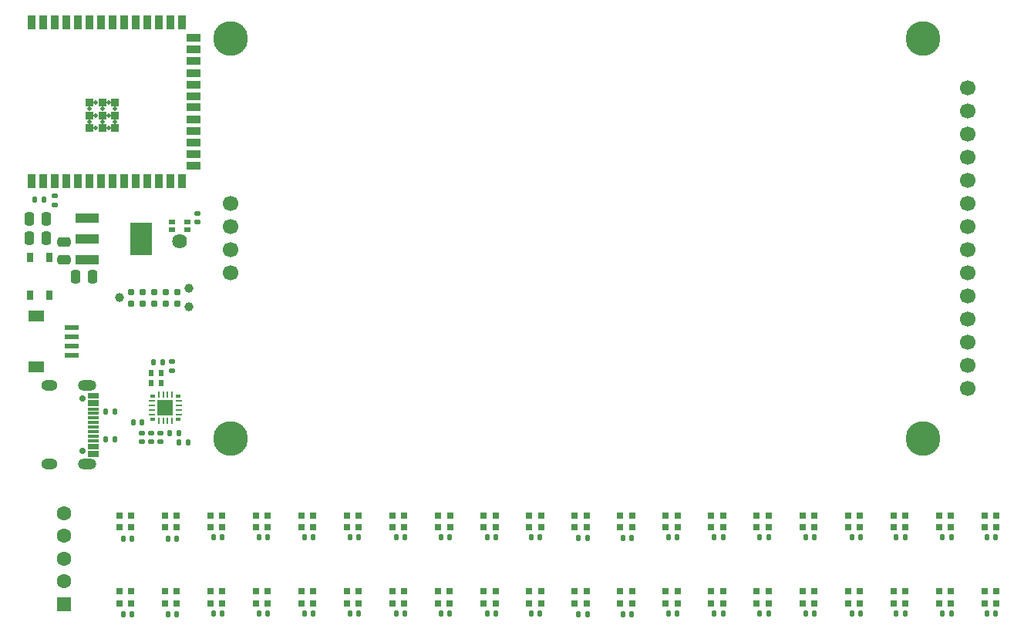
<source format=gbr>
%TF.GenerationSoftware,KiCad,Pcbnew,8.0.6*%
%TF.CreationDate,2024-11-10T17:01:15-08:00*%
%TF.ProjectId,veramonitor,76657261-6d6f-46e6-9974-6f722e6b6963,rev?*%
%TF.SameCoordinates,Original*%
%TF.FileFunction,Soldermask,Top*%
%TF.FilePolarity,Negative*%
%FSLAX46Y46*%
G04 Gerber Fmt 4.6, Leading zero omitted, Abs format (unit mm)*
G04 Created by KiCad (PCBNEW 8.0.6) date 2024-11-10 17:01:15*
%MOMM*%
%LPD*%
G01*
G04 APERTURE LIST*
G04 Aperture macros list*
%AMRoundRect*
0 Rectangle with rounded corners*
0 $1 Rounding radius*
0 $2 $3 $4 $5 $6 $7 $8 $9 X,Y pos of 4 corners*
0 Add a 4 corners polygon primitive as box body*
4,1,4,$2,$3,$4,$5,$6,$7,$8,$9,$2,$3,0*
0 Add four circle primitives for the rounded corners*
1,1,$1+$1,$2,$3*
1,1,$1+$1,$4,$5*
1,1,$1+$1,$6,$7*
1,1,$1+$1,$8,$9*
0 Add four rect primitives between the rounded corners*
20,1,$1+$1,$2,$3,$4,$5,0*
20,1,$1+$1,$4,$5,$6,$7,0*
20,1,$1+$1,$6,$7,$8,$9,0*
20,1,$1+$1,$8,$9,$2,$3,0*%
G04 Aperture macros list end*
%ADD10R,0.800000X0.800000*%
%ADD11RoundRect,0.140000X0.140000X0.170000X-0.140000X0.170000X-0.140000X-0.170000X0.140000X-0.170000X0*%
%ADD12R,1.600000X1.600000*%
%ADD13C,1.600000*%
%ADD14RoundRect,0.250000X0.250000X0.475000X-0.250000X0.475000X-0.250000X-0.475000X0.250000X-0.475000X0*%
%ADD15C,3.800000*%
%ADD16C,1.700000*%
%ADD17RoundRect,0.135000X-0.185000X0.135000X-0.185000X-0.135000X0.185000X-0.135000X0.185000X0.135000X0*%
%ADD18RoundRect,0.135000X0.185000X-0.135000X0.185000X0.135000X-0.185000X0.135000X-0.185000X-0.135000X0*%
%ADD19RoundRect,0.140000X-0.170000X0.140000X-0.170000X-0.140000X0.170000X-0.140000X0.170000X0.140000X0*%
%ADD20C,0.500000*%
%ADD21R,0.730000X0.530000*%
%ADD22C,1.625000*%
%ADD23R,0.900000X1.500000*%
%ADD24R,1.500000X0.900000*%
%ADD25R,0.900000X0.900000*%
%ADD26C,0.700000*%
%ADD27O,2.000000X1.200000*%
%ADD28O,1.800000X1.200000*%
%ADD29R,1.300000X0.300000*%
%ADD30RoundRect,0.140000X0.170000X-0.140000X0.170000X0.140000X-0.170000X0.140000X-0.170000X-0.140000X0*%
%ADD31RoundRect,0.250000X-0.475000X0.250000X-0.475000X-0.250000X0.475000X-0.250000X0.475000X0.250000X0*%
%ADD32R,0.500000X0.340000*%
%ADD33R,0.700000X0.250000*%
%ADD34R,0.250000X0.700000*%
%ADD35R,1.700000X1.700000*%
%ADD36RoundRect,0.135000X-0.135000X-0.185000X0.135000X-0.185000X0.135000X0.185000X-0.135000X0.185000X0*%
%ADD37R,1.550000X0.600000*%
%ADD38R,1.800000X1.200000*%
%ADD39R,0.540000X0.640000*%
%ADD40R,2.500000X1.100000*%
%ADD41R,2.340000X3.600000*%
%ADD42RoundRect,0.135000X0.135000X0.185000X-0.135000X0.185000X-0.135000X-0.185000X0.135000X-0.185000X0*%
%ADD43R,0.700000X1.050000*%
%ADD44C,0.990600*%
%ADD45C,0.787400*%
G04 APERTURE END LIST*
D10*
%TO.C,U38*%
X82520000Y-133915000D03*
X82520000Y-132615000D03*
X81220000Y-132615000D03*
X81220000Y-133915000D03*
%TD*%
D11*
%TO.C,C49*%
X142580000Y-135015000D03*
X141620000Y-135015000D03*
%TD*%
%TO.C,C20*%
X97425000Y-126695000D03*
X96465000Y-126695000D03*
%TD*%
%TO.C,C43*%
X112500000Y-135015000D03*
X111540000Y-135015000D03*
%TD*%
D12*
%TO.C,U11*%
X45130000Y-134030000D03*
D13*
X45130000Y-131530000D03*
X45130000Y-129030000D03*
X45130000Y-126530000D03*
X45130000Y-124030000D03*
%TD*%
D14*
%TO.C,C6*%
X43200000Y-93825000D03*
X41300000Y-93825000D03*
%TD*%
D15*
%TO.C,U7*%
X63435000Y-71850000D03*
X63435000Y-115850000D03*
X139505000Y-71850000D03*
X139505000Y-115850000D03*
D16*
X144415000Y-110360000D03*
X144415000Y-107820000D03*
X144415000Y-105280000D03*
X144415000Y-102740000D03*
X144415000Y-100200000D03*
X144415000Y-97660000D03*
X144415000Y-95120000D03*
X144415000Y-92580000D03*
X144415000Y-90040000D03*
X144415000Y-87500000D03*
X144415000Y-84960000D03*
X144415000Y-82420000D03*
X144415000Y-79880000D03*
X144415000Y-77340000D03*
X63435000Y-97660000D03*
X63435000Y-95120000D03*
X63435000Y-92580000D03*
X63435000Y-90040000D03*
%TD*%
D17*
%TO.C,R7*%
X57000000Y-107380000D03*
X57000000Y-108400000D03*
%TD*%
D11*
%TO.C,C41*%
X102600000Y-135115000D03*
X101640000Y-135115000D03*
%TD*%
D10*
%TO.C,U43*%
X107520000Y-133915000D03*
X107520000Y-132615000D03*
X106220000Y-132615000D03*
X106220000Y-133915000D03*
%TD*%
%TO.C,U35*%
X67520000Y-133915000D03*
X67520000Y-132615000D03*
X66220000Y-132615000D03*
X66220000Y-133915000D03*
%TD*%
D11*
%TO.C,C33*%
X62500000Y-135015000D03*
X61540000Y-135015000D03*
%TD*%
D10*
%TO.C,U13*%
X57525000Y-125595000D03*
X57525000Y-124295000D03*
X56225000Y-124295000D03*
X56225000Y-125595000D03*
%TD*%
D11*
%TO.C,C31*%
X52600000Y-135115000D03*
X51640000Y-135115000D03*
%TD*%
D10*
%TO.C,U51*%
X147520000Y-133915000D03*
X147520000Y-132615000D03*
X146220000Y-132615000D03*
X146220000Y-133915000D03*
%TD*%
%TO.C,U19*%
X87525000Y-125595000D03*
X87525000Y-124295000D03*
X86225000Y-124295000D03*
X86225000Y-125595000D03*
%TD*%
D18*
%TO.C,R3*%
X44170000Y-90135000D03*
X44170000Y-89115000D03*
%TD*%
D10*
%TO.C,U37*%
X77520000Y-133915000D03*
X77520000Y-132615000D03*
X76220000Y-132615000D03*
X76220000Y-133915000D03*
%TD*%
D11*
%TO.C,C18*%
X87505000Y-126695000D03*
X86545000Y-126695000D03*
%TD*%
D14*
%TO.C,C2*%
X48320000Y-98015000D03*
X46420000Y-98015000D03*
%TD*%
D11*
%TO.C,C34*%
X67500000Y-135015000D03*
X66540000Y-135015000D03*
%TD*%
%TO.C,C39*%
X92580000Y-135015000D03*
X91620000Y-135015000D03*
%TD*%
%TO.C,C45*%
X122520000Y-135015000D03*
X121560000Y-135015000D03*
%TD*%
%TO.C,C11*%
X52605000Y-126795000D03*
X51645000Y-126795000D03*
%TD*%
D10*
%TO.C,U45*%
X117520000Y-133915000D03*
X117520000Y-132615000D03*
X116220000Y-132615000D03*
X116220000Y-133915000D03*
%TD*%
D11*
%TO.C,C35*%
X72520000Y-135015000D03*
X71560000Y-135015000D03*
%TD*%
D19*
%TO.C,C10*%
X53725000Y-115210000D03*
X53725000Y-116170000D03*
%TD*%
D20*
%TO.C,U3*%
X57870000Y-94125000D03*
D21*
X57030000Y-92055000D03*
X57030000Y-92875000D03*
D22*
X57870000Y-94125000D03*
D21*
X58710000Y-92875000D03*
X58710000Y-92055000D03*
%TD*%
D11*
%TO.C,C25*%
X122520000Y-126690000D03*
X121560000Y-126690000D03*
%TD*%
D20*
%TO.C,U5*%
X48650000Y-81725000D03*
X50050000Y-81725000D03*
X47950000Y-81025000D03*
X49350000Y-81025000D03*
X50750000Y-81025000D03*
X48650000Y-80325000D03*
X50050000Y-80325000D03*
X47950000Y-79625000D03*
X49350000Y-79625000D03*
X50750000Y-79625000D03*
X48650000Y-78925000D03*
X50050000Y-78925000D03*
D23*
X41630000Y-87575000D03*
X42900000Y-87575000D03*
X44170000Y-87575000D03*
X45440000Y-87575000D03*
X46710000Y-87575000D03*
X47980000Y-87575000D03*
X49250000Y-87575000D03*
X50520000Y-87575000D03*
X51790000Y-87575000D03*
X53060000Y-87575000D03*
X54330000Y-87575000D03*
X55600000Y-87575000D03*
X56870000Y-87575000D03*
X58140000Y-87575000D03*
D24*
X59410000Y-85815000D03*
X59410000Y-84545000D03*
X59410000Y-83275000D03*
X59410000Y-82005000D03*
X59410000Y-80735000D03*
X59410000Y-79455000D03*
X59410000Y-78195000D03*
X59410000Y-76925000D03*
X59410000Y-75655000D03*
X59410000Y-74375000D03*
X59410000Y-73105000D03*
X59380000Y-71835000D03*
D23*
X58140000Y-70075000D03*
X56870000Y-70075000D03*
X55600000Y-70075000D03*
X54330000Y-70075000D03*
X53060000Y-70075000D03*
X51790000Y-70075000D03*
X50520000Y-70075000D03*
X49250000Y-70075000D03*
X47980000Y-70075000D03*
X46710000Y-70075000D03*
X45440000Y-70075000D03*
X44170000Y-70075000D03*
X42900000Y-70075000D03*
X41630000Y-70075000D03*
D25*
X47950000Y-81725000D03*
X49350000Y-81725000D03*
X50750000Y-81725000D03*
X47950000Y-80325000D03*
X49350000Y-80325000D03*
X50750000Y-80325000D03*
X47950000Y-78925000D03*
X49350000Y-78925000D03*
X50750000Y-78925000D03*
%TD*%
D26*
%TO.C,U2*%
X47185000Y-111435000D03*
X47185000Y-117215000D03*
D27*
X47725000Y-110005000D03*
X47725000Y-118645000D03*
D28*
X43535000Y-110005000D03*
X43535000Y-118645000D03*
D29*
X48375000Y-110975000D03*
X48375000Y-111775000D03*
X48375000Y-113075000D03*
X48375000Y-114075000D03*
X48375000Y-114575000D03*
X48375000Y-115575000D03*
X48365000Y-116875000D03*
X48375000Y-117675000D03*
X48375000Y-117375000D03*
X48365000Y-116575000D03*
X48375000Y-116075000D03*
X48375000Y-115075000D03*
X48375000Y-113575000D03*
X48375000Y-112575000D03*
X48375000Y-112075000D03*
X48375000Y-111275000D03*
%TD*%
D11*
%TO.C,C30*%
X147420000Y-126690000D03*
X146460000Y-126690000D03*
%TD*%
D10*
%TO.C,U44*%
X112520000Y-133915000D03*
X112520000Y-132615000D03*
X111220000Y-132615000D03*
X111220000Y-133915000D03*
%TD*%
D30*
%TO.C,C1*%
X59790000Y-92070000D03*
X59790000Y-91110000D03*
%TD*%
D10*
%TO.C,U21*%
X97525000Y-125595000D03*
X97525000Y-124295000D03*
X96225000Y-124295000D03*
X96225000Y-125595000D03*
%TD*%
D31*
%TO.C,C3*%
X45170000Y-94265000D03*
X45170000Y-96165000D03*
%TD*%
D10*
%TO.C,U27*%
X127520000Y-125590000D03*
X127520000Y-124290000D03*
X126220000Y-124290000D03*
X126220000Y-125590000D03*
%TD*%
D11*
%TO.C,C50*%
X147420000Y-135015000D03*
X146460000Y-135015000D03*
%TD*%
%TO.C,C32*%
X57500000Y-135115000D03*
X56540000Y-135115000D03*
%TD*%
D10*
%TO.C,U15*%
X67525000Y-125595000D03*
X67525000Y-124295000D03*
X66225000Y-124295000D03*
X66225000Y-125595000D03*
%TD*%
D32*
%TO.C,U10*%
X54900000Y-111175000D03*
D33*
X54830000Y-111675000D03*
X54830000Y-112175000D03*
X54830000Y-112675000D03*
X54830000Y-113175000D03*
D32*
X54900000Y-113675000D03*
D34*
X55530000Y-113875000D03*
X56030000Y-113875000D03*
X56530000Y-113875000D03*
X57030000Y-113875000D03*
D32*
X57660000Y-113675000D03*
D33*
X57730000Y-113175000D03*
X57730000Y-112675000D03*
X57730000Y-112175000D03*
X57730000Y-111675000D03*
D32*
X57660000Y-111175000D03*
D34*
X57030000Y-110975000D03*
X56530000Y-110975000D03*
X56030000Y-110975000D03*
X55530000Y-110975000D03*
D35*
X56280000Y-112425000D03*
%TD*%
D11*
%TO.C,C12*%
X57505000Y-126795000D03*
X56545000Y-126795000D03*
%TD*%
D19*
%TO.C,C7*%
X54725000Y-115230000D03*
X54725000Y-116190000D03*
%TD*%
D10*
%TO.C,U28*%
X132520000Y-125590000D03*
X132520000Y-124290000D03*
X131220000Y-124290000D03*
X131220000Y-125590000D03*
%TD*%
%TO.C,U41*%
X97520000Y-133915000D03*
X97520000Y-132615000D03*
X96220000Y-132615000D03*
X96220000Y-133915000D03*
%TD*%
D11*
%TO.C,C9*%
X53725000Y-114075000D03*
X52765000Y-114075000D03*
%TD*%
D14*
%TO.C,C5*%
X43200000Y-91725000D03*
X41300000Y-91725000D03*
%TD*%
D10*
%TO.C,U30*%
X142520000Y-125590000D03*
X142520000Y-124290000D03*
X141220000Y-124290000D03*
X141220000Y-125590000D03*
%TD*%
D11*
%TO.C,C38*%
X87500000Y-135015000D03*
X86540000Y-135015000D03*
%TD*%
%TO.C,C23*%
X112500000Y-126690000D03*
X111540000Y-126690000D03*
%TD*%
D36*
%TO.C,R1*%
X49687500Y-112825000D03*
X50707500Y-112825000D03*
%TD*%
D10*
%TO.C,U17*%
X77525000Y-125595000D03*
X77525000Y-124295000D03*
X76225000Y-124295000D03*
X76225000Y-125595000D03*
%TD*%
D37*
%TO.C,J1*%
X46000000Y-103670000D03*
X46000000Y-104670000D03*
X46000000Y-105670000D03*
X46000000Y-106670000D03*
D38*
X42120000Y-107970000D03*
X42120000Y-102370000D03*
%TD*%
D11*
%TO.C,C13*%
X62505000Y-126695000D03*
X61545000Y-126695000D03*
%TD*%
D10*
%TO.C,U16*%
X72525000Y-125595000D03*
X72525000Y-124295000D03*
X71225000Y-124295000D03*
X71225000Y-125595000D03*
%TD*%
%TO.C,U18*%
X82525000Y-125595000D03*
X82525000Y-124295000D03*
X81225000Y-124295000D03*
X81225000Y-125595000D03*
%TD*%
%TO.C,U50*%
X142520000Y-133915000D03*
X142520000Y-132615000D03*
X141220000Y-132615000D03*
X141220000Y-133915000D03*
%TD*%
D11*
%TO.C,C36*%
X77520000Y-135015000D03*
X76560000Y-135015000D03*
%TD*%
%TO.C,C40*%
X97420000Y-135015000D03*
X96460000Y-135015000D03*
%TD*%
D39*
%TO.C,U8*%
X55850000Y-108665000D03*
X55850000Y-109745000D03*
%TD*%
D10*
%TO.C,U20*%
X92525000Y-125595000D03*
X92525000Y-124295000D03*
X91225000Y-124295000D03*
X91225000Y-125595000D03*
%TD*%
%TO.C,U22*%
X102520000Y-125590000D03*
X102520000Y-124290000D03*
X101220000Y-124290000D03*
X101220000Y-125590000D03*
%TD*%
D36*
%TO.C,R5*%
X57760000Y-116230000D03*
X58780000Y-116230000D03*
%TD*%
D11*
%TO.C,C47*%
X132600000Y-135015000D03*
X131640000Y-135015000D03*
%TD*%
D10*
%TO.C,U46*%
X122520000Y-133915000D03*
X122520000Y-132615000D03*
X121220000Y-132615000D03*
X121220000Y-133915000D03*
%TD*%
%TO.C,U14*%
X62525000Y-125595000D03*
X62525000Y-124295000D03*
X61225000Y-124295000D03*
X61225000Y-125595000D03*
%TD*%
D11*
%TO.C,C26*%
X127520000Y-126690000D03*
X126560000Y-126690000D03*
%TD*%
D10*
%TO.C,U47*%
X127520000Y-133915000D03*
X127520000Y-132615000D03*
X126220000Y-132615000D03*
X126220000Y-133915000D03*
%TD*%
D11*
%TO.C,C15*%
X72525000Y-126695000D03*
X71565000Y-126695000D03*
%TD*%
D10*
%TO.C,U34*%
X62520000Y-133915000D03*
X62520000Y-132615000D03*
X61220000Y-132615000D03*
X61220000Y-133915000D03*
%TD*%
%TO.C,U32*%
X52520000Y-133915000D03*
X52520000Y-132615000D03*
X51220000Y-132615000D03*
X51220000Y-133915000D03*
%TD*%
%TO.C,U29*%
X137520000Y-125590000D03*
X137520000Y-124290000D03*
X136220000Y-124290000D03*
X136220000Y-125590000D03*
%TD*%
%TO.C,U31*%
X147520000Y-125590000D03*
X147520000Y-124290000D03*
X146220000Y-124290000D03*
X146220000Y-125590000D03*
%TD*%
D19*
%TO.C,C8*%
X55750000Y-115225000D03*
X55750000Y-116185000D03*
%TD*%
D40*
%TO.C,U4*%
X47700000Y-91615000D03*
X47700000Y-93915000D03*
X47700000Y-96215000D03*
D41*
X53640000Y-93915000D03*
%TD*%
D10*
%TO.C,U49*%
X137520000Y-133915000D03*
X137520000Y-132615000D03*
X136220000Y-132615000D03*
X136220000Y-133915000D03*
%TD*%
D11*
%TO.C,C42*%
X107500000Y-135115000D03*
X106540000Y-135115000D03*
%TD*%
D10*
%TO.C,U33*%
X57520000Y-133915000D03*
X57520000Y-132615000D03*
X56220000Y-132615000D03*
X56220000Y-133915000D03*
%TD*%
%TO.C,U48*%
X132520000Y-133915000D03*
X132520000Y-132615000D03*
X131220000Y-132615000D03*
X131220000Y-133915000D03*
%TD*%
D11*
%TO.C,C27*%
X132600000Y-126690000D03*
X131640000Y-126690000D03*
%TD*%
D10*
%TO.C,U23*%
X107520000Y-125590000D03*
X107520000Y-124290000D03*
X106220000Y-124290000D03*
X106220000Y-125590000D03*
%TD*%
D11*
%TO.C,C28*%
X137500000Y-126690000D03*
X136540000Y-126690000D03*
%TD*%
%TO.C,C4*%
X42930000Y-89615000D03*
X41970000Y-89615000D03*
%TD*%
D10*
%TO.C,U42*%
X102520000Y-133915000D03*
X102520000Y-132615000D03*
X101220000Y-132615000D03*
X101220000Y-133915000D03*
%TD*%
D36*
%TO.C,R2*%
X49687500Y-115925000D03*
X50707500Y-115925000D03*
%TD*%
D11*
%TO.C,C37*%
X82600000Y-135015000D03*
X81640000Y-135015000D03*
%TD*%
%TO.C,C21*%
X102600000Y-126790000D03*
X101640000Y-126790000D03*
%TD*%
D42*
%TO.C,R6*%
X55985000Y-107440000D03*
X54965000Y-107440000D03*
%TD*%
D11*
%TO.C,C14*%
X67505000Y-126695000D03*
X66545000Y-126695000D03*
%TD*%
%TO.C,C48*%
X137500000Y-135015000D03*
X136540000Y-135015000D03*
%TD*%
D10*
%TO.C,U26*%
X122520000Y-125590000D03*
X122520000Y-124290000D03*
X121220000Y-124290000D03*
X121220000Y-125590000D03*
%TD*%
D43*
%TO.C,U6*%
X43570000Y-95900000D03*
X43570000Y-100100000D03*
X41430000Y-95900000D03*
X41430000Y-100100000D03*
%TD*%
D10*
%TO.C,U24*%
X112520000Y-125590000D03*
X112520000Y-124290000D03*
X111220000Y-124290000D03*
X111220000Y-125590000D03*
%TD*%
%TO.C,U36*%
X72520000Y-133915000D03*
X72520000Y-132615000D03*
X71220000Y-132615000D03*
X71220000Y-133915000D03*
%TD*%
D11*
%TO.C,C46*%
X127520000Y-135015000D03*
X126560000Y-135015000D03*
%TD*%
%TO.C,C44*%
X117500000Y-135015000D03*
X116540000Y-135015000D03*
%TD*%
D10*
%TO.C,U40*%
X92520000Y-133915000D03*
X92520000Y-132615000D03*
X91220000Y-132615000D03*
X91220000Y-133915000D03*
%TD*%
D11*
%TO.C,C22*%
X107500000Y-126790000D03*
X106540000Y-126790000D03*
%TD*%
%TO.C,C24*%
X117500000Y-126690000D03*
X116540000Y-126690000D03*
%TD*%
%TO.C,C19*%
X92585000Y-126695000D03*
X91625000Y-126695000D03*
%TD*%
%TO.C,C29*%
X142580000Y-126690000D03*
X141620000Y-126690000D03*
%TD*%
%TO.C,C17*%
X82605000Y-126695000D03*
X81645000Y-126695000D03*
%TD*%
%TO.C,C16*%
X77525000Y-126695000D03*
X76565000Y-126695000D03*
%TD*%
D10*
%TO.C,U25*%
X117520000Y-125590000D03*
X117520000Y-124290000D03*
X116220000Y-124290000D03*
X116220000Y-125590000D03*
%TD*%
D39*
%TO.C,U9*%
X54725000Y-108660000D03*
X54725000Y-109740000D03*
%TD*%
D44*
%TO.C,U1*%
X51285000Y-100360000D03*
X58905000Y-99345000D03*
X58905000Y-101375000D03*
D45*
X52555000Y-100995000D03*
X53825000Y-100995000D03*
X55095000Y-100995000D03*
X56365000Y-100995000D03*
X57635000Y-100995000D03*
X57635000Y-99725000D03*
X56365000Y-99725000D03*
X55095000Y-99725000D03*
X53825000Y-99725000D03*
X52555000Y-99725000D03*
%TD*%
D36*
%TO.C,R4*%
X56740000Y-115265000D03*
X57760000Y-115265000D03*
%TD*%
D10*
%TO.C,U39*%
X87520000Y-133915000D03*
X87520000Y-132615000D03*
X86220000Y-132615000D03*
X86220000Y-133915000D03*
%TD*%
%TO.C,U12*%
X52525000Y-125595000D03*
X52525000Y-124295000D03*
X51225000Y-124295000D03*
X51225000Y-125595000D03*
%TD*%
M02*

</source>
